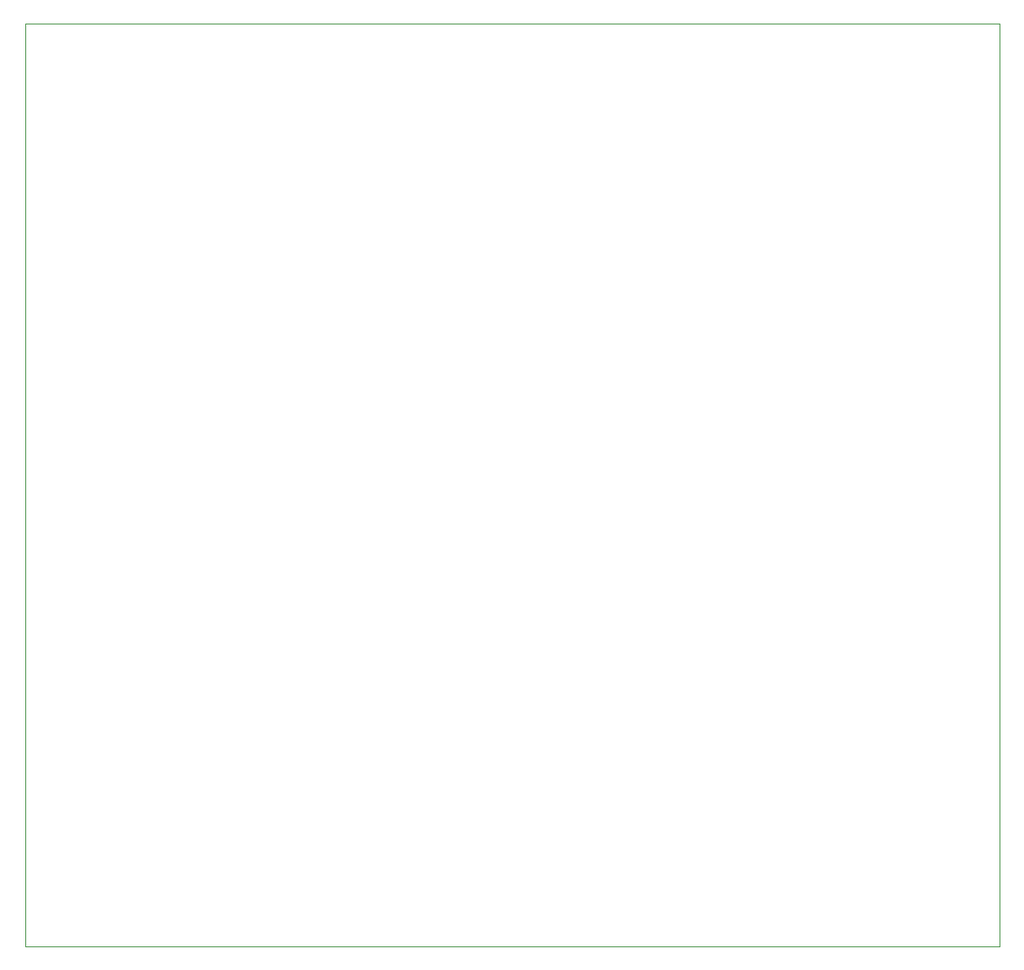
<source format=gbr>
%TF.GenerationSoftware,KiCad,Pcbnew,7.0.9*%
%TF.CreationDate,2023-12-30T10:08:20+11:00*%
%TF.ProjectId,4-bit-rca,342d6269-742d-4726-9361-2e6b69636164,rev?*%
%TF.SameCoordinates,Original*%
%TF.FileFunction,Profile,NP*%
%FSLAX46Y46*%
G04 Gerber Fmt 4.6, Leading zero omitted, Abs format (unit mm)*
G04 Created by KiCad (PCBNEW 7.0.9) date 2023-12-30 10:08:20*
%MOMM*%
%LPD*%
G01*
G04 APERTURE LIST*
%TA.AperFunction,Profile*%
%ADD10C,0.100000*%
%TD*%
G04 APERTURE END LIST*
D10*
X105410000Y-48260000D02*
X203200000Y-48260000D01*
X203200000Y-140970000D01*
X105410000Y-140970000D01*
X105410000Y-48260000D01*
M02*

</source>
